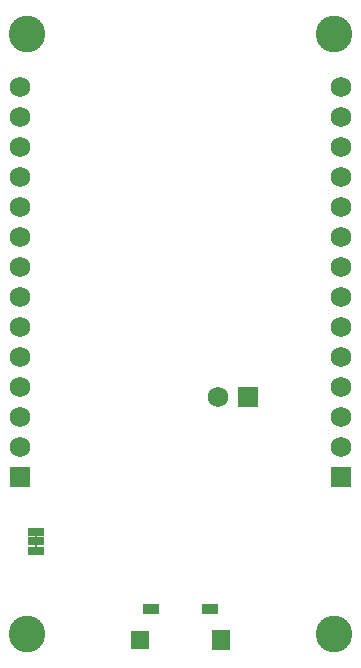
<source format=gbr>
G04 EAGLE Gerber RS-274X export*
G75*
%MOMM*%
%FSLAX34Y34*%
%LPD*%
%AMOC8*
5,1,8,0,0,1.08239X$1,22.5*%
G01*
%ADD10C,3.101600*%
%ADD11C,0.801600*%
%ADD12R,1.574800X1.600200*%
%ADD13R,1.498600X1.701800*%
%ADD14R,1.346200X0.939800*%
%ADD15R,1.371600X0.965200*%
%ADD16R,1.371600X0.736600*%
%ADD17C,0.203200*%
%ADD18R,1.752600X1.752600*%
%ADD19C,1.752600*%


D10*
X20000Y20000D03*
X20000Y528000D03*
X280000Y20000D03*
X280000Y528000D03*
D11*
X114948Y16990D03*
X114948Y11910D03*
X185052Y16990D03*
X185052Y11910D03*
X123838Y41374D03*
X126378Y41374D03*
X173622Y41374D03*
X176162Y41374D03*
D12*
X115964Y14323D03*
D13*
X184417Y14323D03*
D14*
X175019Y41247D03*
D15*
X125108Y41374D03*
D16*
X28100Y106280D03*
X28100Y98152D03*
X28100Y90024D03*
D17*
X28100Y89262D02*
X28100Y106788D01*
D18*
X206928Y220312D03*
D19*
X181528Y220312D03*
D18*
X14300Y152600D03*
D19*
X14300Y178000D03*
X14300Y203400D03*
X14300Y228800D03*
X14300Y254200D03*
X14300Y279600D03*
X14300Y305000D03*
X14300Y330400D03*
X14300Y355800D03*
X14300Y381200D03*
X14300Y406600D03*
X14300Y432000D03*
X14300Y457400D03*
X14300Y482800D03*
D18*
X285600Y152600D03*
D19*
X285600Y178000D03*
X285600Y203400D03*
X285600Y228800D03*
X285600Y254200D03*
X285600Y279600D03*
X285600Y305000D03*
X285600Y330400D03*
X285600Y355800D03*
X285600Y381200D03*
X285600Y406600D03*
X285600Y432000D03*
X285600Y457400D03*
X285600Y482800D03*
M02*

</source>
